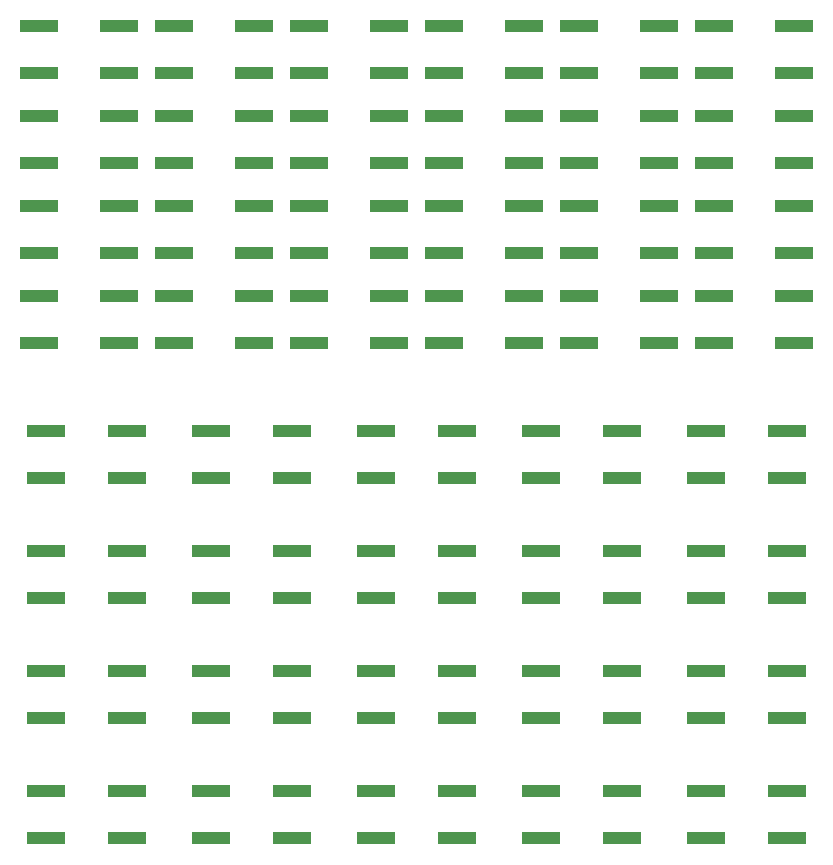
<source format=gbr>
G04 #@! TF.GenerationSoftware,KiCad,Pcbnew,5.1.5+dfsg1-2build2*
G04 #@! TF.CreationDate,2021-04-12T22:06:22+02:00*
G04 #@! TF.ProjectId,calc,63616c63-2e6b-4696-9361-645f70636258,rev?*
G04 #@! TF.SameCoordinates,Original*
G04 #@! TF.FileFunction,Paste,Top*
G04 #@! TF.FilePolarity,Positive*
%FSLAX46Y46*%
G04 Gerber Fmt 4.6, Leading zero omitted, Abs format (unit mm)*
G04 Created by KiCad (PCBNEW 5.1.5+dfsg1-2build2) date 2021-04-12 22:06:22*
%MOMM*%
%LPD*%
G04 APERTURE LIST*
%ADD10R,3.200000X1.000000*%
G04 APERTURE END LIST*
D10*
X126590000Y-88360000D03*
X119790000Y-88360000D03*
X119790000Y-84360000D03*
X126590000Y-84360000D03*
X115160000Y-88360000D03*
X108360000Y-88360000D03*
X108360000Y-84360000D03*
X115160000Y-84360000D03*
X103730000Y-88360000D03*
X96930000Y-88360000D03*
X96930000Y-84360000D03*
X103730000Y-84360000D03*
X92300000Y-88360000D03*
X85500000Y-88360000D03*
X85500000Y-84360000D03*
X92300000Y-84360000D03*
X80870000Y-88360000D03*
X74070000Y-88360000D03*
X74070000Y-84360000D03*
X80870000Y-84360000D03*
X69440000Y-88360000D03*
X62640000Y-88360000D03*
X62640000Y-84360000D03*
X69440000Y-84360000D03*
X126590000Y-95980000D03*
X119790000Y-95980000D03*
X119790000Y-91980000D03*
X126590000Y-91980000D03*
X115160000Y-95980000D03*
X108360000Y-95980000D03*
X108360000Y-91980000D03*
X115160000Y-91980000D03*
X103730000Y-95980000D03*
X96930000Y-95980000D03*
X96930000Y-91980000D03*
X103730000Y-91980000D03*
X92300000Y-95980000D03*
X85500000Y-95980000D03*
X85500000Y-91980000D03*
X92300000Y-91980000D03*
X80870000Y-95980000D03*
X74070000Y-95980000D03*
X74070000Y-91980000D03*
X80870000Y-91980000D03*
X69440000Y-95980000D03*
X62640000Y-95980000D03*
X62640000Y-91980000D03*
X69440000Y-91980000D03*
X126590000Y-103600000D03*
X119790000Y-103600000D03*
X119790000Y-99600000D03*
X126590000Y-99600000D03*
X115160000Y-103600000D03*
X108360000Y-103600000D03*
X108360000Y-99600000D03*
X115160000Y-99600000D03*
X103730000Y-103600000D03*
X96930000Y-103600000D03*
X96930000Y-99600000D03*
X103730000Y-99600000D03*
X92300000Y-103600000D03*
X85500000Y-103600000D03*
X85500000Y-99600000D03*
X92300000Y-99600000D03*
X80870000Y-103600000D03*
X74070000Y-103600000D03*
X74070000Y-99600000D03*
X80870000Y-99600000D03*
X69440000Y-103600000D03*
X62640000Y-103600000D03*
X62640000Y-99600000D03*
X69440000Y-99600000D03*
X126590000Y-111220000D03*
X119790000Y-111220000D03*
X119790000Y-107220000D03*
X126590000Y-107220000D03*
X115160000Y-111220000D03*
X108360000Y-111220000D03*
X108360000Y-107220000D03*
X115160000Y-107220000D03*
X103730000Y-111220000D03*
X96930000Y-111220000D03*
X96930000Y-107220000D03*
X103730000Y-107220000D03*
X92300000Y-111220000D03*
X85500000Y-111220000D03*
X85500000Y-107220000D03*
X92300000Y-107220000D03*
X80870000Y-111220000D03*
X74070000Y-111220000D03*
X74070000Y-107220000D03*
X80870000Y-107220000D03*
X69440000Y-111220000D03*
X62640000Y-111220000D03*
X62640000Y-107220000D03*
X69440000Y-107220000D03*
X125955000Y-122650000D03*
X119155000Y-122650000D03*
X119155000Y-118650000D03*
X125955000Y-118650000D03*
X111985000Y-122650000D03*
X105185000Y-122650000D03*
X105185000Y-118650000D03*
X111985000Y-118650000D03*
X98015000Y-122650000D03*
X91215000Y-122650000D03*
X91215000Y-118650000D03*
X98015000Y-118650000D03*
X84045000Y-122650000D03*
X77245000Y-122650000D03*
X77245000Y-118650000D03*
X84045000Y-118650000D03*
X70075000Y-122650000D03*
X63275000Y-122650000D03*
X63275000Y-118650000D03*
X70075000Y-118650000D03*
X125955000Y-132810000D03*
X119155000Y-132810000D03*
X119155000Y-128810000D03*
X125955000Y-128810000D03*
X111985000Y-132810000D03*
X105185000Y-132810000D03*
X105185000Y-128810000D03*
X111985000Y-128810000D03*
X98015000Y-132810000D03*
X91215000Y-132810000D03*
X91215000Y-128810000D03*
X98015000Y-128810000D03*
X84045000Y-132810000D03*
X77245000Y-132810000D03*
X77245000Y-128810000D03*
X84045000Y-128810000D03*
X70075000Y-132810000D03*
X63275000Y-132810000D03*
X63275000Y-128810000D03*
X70075000Y-128810000D03*
X125955000Y-142970000D03*
X119155000Y-142970000D03*
X119155000Y-138970000D03*
X125955000Y-138970000D03*
X111985000Y-142970000D03*
X105185000Y-142970000D03*
X105185000Y-138970000D03*
X111985000Y-138970000D03*
X98015000Y-142970000D03*
X91215000Y-142970000D03*
X91215000Y-138970000D03*
X98015000Y-138970000D03*
X84045000Y-142970000D03*
X77245000Y-142970000D03*
X77245000Y-138970000D03*
X84045000Y-138970000D03*
X70075000Y-142970000D03*
X63275000Y-142970000D03*
X63275000Y-138970000D03*
X70075000Y-138970000D03*
X125955000Y-153130000D03*
X119155000Y-153130000D03*
X119155000Y-149130000D03*
X125955000Y-149130000D03*
X111985000Y-153130000D03*
X105185000Y-153130000D03*
X105185000Y-149130000D03*
X111985000Y-149130000D03*
X98015000Y-153130000D03*
X91215000Y-153130000D03*
X91215000Y-149130000D03*
X98015000Y-149130000D03*
X84045000Y-153130000D03*
X77245000Y-153130000D03*
X77245000Y-149130000D03*
X84045000Y-149130000D03*
X70075000Y-153130000D03*
X63275000Y-153130000D03*
X63275000Y-149130000D03*
X70075000Y-149130000D03*
M02*

</source>
